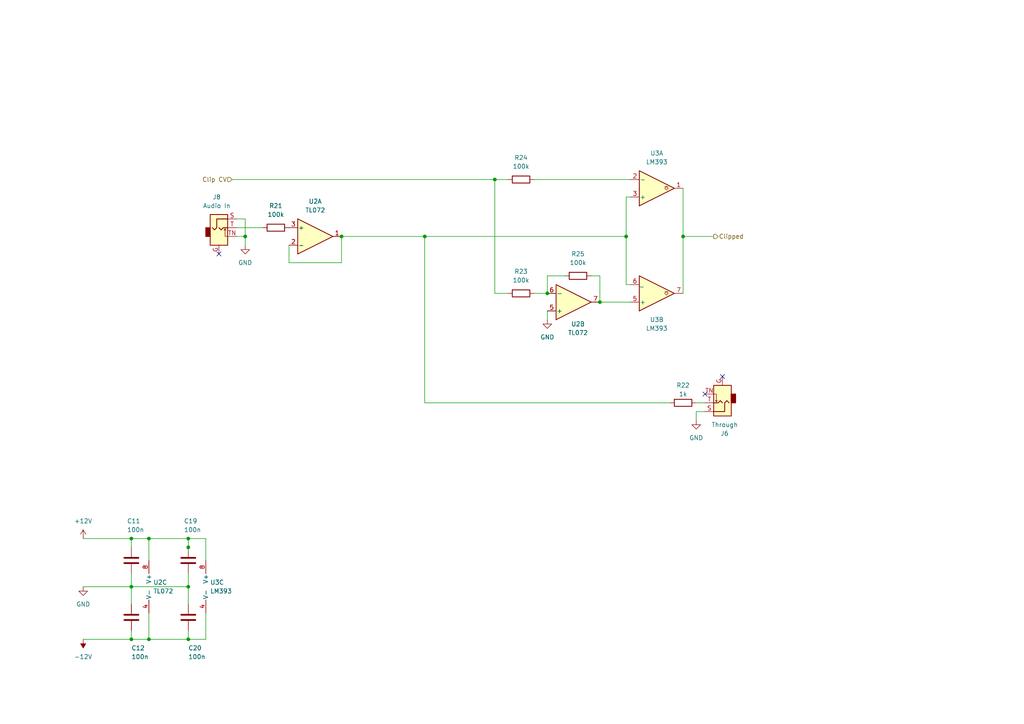
<source format=kicad_sch>
(kicad_sch (version 20230121) (generator eeschema)
  (paper "A4")
  (lib_symbols
    (symbol "Amplifier_Operational:TL072" (pin_names (offset 0.127))
      (property "Reference" "U" (at 0 5.08 0))
      (property "Value" "TL072" (at 0 -5.08 0))
      (symbol "TL072_1_1"
        (polyline (pts (xy -5.08 5.08) (xy 5.08 0) (xy -5.08 -5.08) (xy -5.08 5.08)) (stroke (width 0.254)) (fill (type background)))
        (pin output line (at 7.62 0 180) (length 2.54) (name "~") (number "1"))
        (pin input line (at -7.62 -2.54 0) (length 2.54) (name "-") (number "2"))
        (pin input line (at -7.62 2.54 0) (length 2.54) (name "+") (number "3"))
      )
      (symbol "TL072_2_1"
        (polyline (pts (xy -5.08 5.08) (xy 5.08 0) (xy -5.08 -5.08) (xy -5.08 5.08)) (stroke (width 0.254)) (fill (type background)))
        (pin input line (at -7.62 2.54 0) (length 2.54) (name "+") (number "5"))
        (pin input line (at -7.62 -2.54 0) (length 2.54) (name "-") (number "6"))
        (pin output line (at 7.62 0 180) (length 2.54) (name "~") (number "7"))
      )
      (symbol "TL072_3_1"
        (pin power_in line (at -2.54 -7.62 90) (length 3.81) (name "V-") (number "4"))
        (pin power_in line (at -2.54 7.62 270) (length 3.81) (name "V+") (number "8"))
      )
    )
    (symbol "Comparator:LM393" (pin_names (offset 0.127))
      (property "Reference" "U" (at 3.81 3.81 0))
      (property "Value" "LM393" (at 6.35 -3.81 0))
      (symbol "LM393_1_1"
        (polyline (pts (xy -5.08 5.08) (xy 5.08 0) (xy -5.08 -5.08) (xy -5.08 5.08)) (stroke (width 0.254)) (fill (type background)))
        (polyline (pts (xy 3.302 -0.508) (xy 2.794 -0.508) (xy 3.302 0) (xy 2.794 0.508) (xy 2.286 0) (xy 2.794 -0.508) (xy 2.286 -0.508)) (stroke (width 0.127)))
        (pin open_collector line (at 7.62 0 180) (length 2.54) (name "~") (number "1"))
        (pin input line (at -7.62 -2.54 0) (length 2.54) (name "-") (number "2"))
        (pin input line (at -7.62 2.54 0) (length 2.54) (name "+") (number "3"))
      )
      (symbol "LM393_2_1"
        (polyline (pts (xy -5.08 5.08) (xy 5.08 0) (xy -5.08 -5.08) (xy -5.08 5.08)) (stroke (width 0.254)) (fill (type background)))
        (polyline (pts (xy 3.302 -0.508) (xy 2.794 -0.508) (xy 3.302 0) (xy 2.794 0.508) (xy 2.286 0) (xy 2.794 -0.508) (xy 2.286 -0.508)) (stroke (width 0.127)))
        (pin input line (at -7.62 2.54 0) (length 2.54) (name "+") (number "5"))
        (pin input line (at -7.62 -2.54 0) (length 2.54) (name "_") (number "6"))
        (pin open_collector line (at 7.62 0 180) (length 2.54) (name "~") (number "7"))
      )
      (symbol "LM393_3_1"
        (pin power_in line (at -2.54 -7.62 90) (length 3.81) (name "V-") (number "4"))
        (pin power_in line (at -2.54 7.62 270) (length 3.81) (name "V+") (number "8"))
      )
    )
    (symbol "Connector:AudioJack2_Ground_SwitchT"
      (property "Reference" "J" (at 0 8.89 0))
      (property "Value" "AudioJack2_Ground_SwitchT" (at 0 6.35 0))
      (symbol "AudioJack2_Ground_SwitchT_0_1"
        (rectangle (start -2.54 0) (end -3.81 -2.54) (stroke (width 0.254)) (fill (type outline)))
        (polyline (pts (xy 1.778 -0.254) (xy 2.032 -0.762)))
        (polyline (pts (xy 0 0) (xy 0.635 -0.635) (xy 1.27 0) (xy 2.54 0)) (stroke (width 0.254)))
        (polyline (pts (xy 2.54 -2.54) (xy 1.778 -2.54) (xy 1.778 -0.254) (xy 1.524 -0.762)))
        (polyline (pts (xy 2.54 2.54) (xy -0.635 2.54) (xy -0.635 0) (xy -1.27 -0.635) (xy -1.905 0)) (stroke (width 0.254)))
        (rectangle (start 2.54 3.81) (end -2.54 -5.08) (stroke (width 0.254)) (fill (type background)))
      )
      (symbol "AudioJack2_Ground_SwitchT_1_1"
        (pin passive line (at 0 -7.62 90) (length 2.54) (name "~") (number "G"))
        (pin passive line (at 5.08 2.54 180) (length 2.54) (name "~") (number "S"))
        (pin passive line (at 5.08 0 180) (length 2.54) (name "~") (number "T"))
        (pin passive line (at 5.08 -2.54 180) (length 2.54) (name "~") (number "TN"))
      )
    )
    (symbol "Device:C" (pin_numbers hide) (pin_names (offset 0.254))
      (property "Reference" "C" (at 0.635 2.54 0))
      (property "Value" "C" (at 0.635 -2.54 0))
      (symbol "C_0_1"
        (polyline (pts (xy -2.032 -0.762) (xy 2.032 -0.762)) (stroke (width 0.508)))
        (polyline (pts (xy -2.032 0.762) (xy 2.032 0.762)) (stroke (width 0.508)))
      )
      (symbol "C_1_1"
        (pin passive line (at 0 3.81 270) (length 2.794) (name "~") (number "1"))
        (pin passive line (at 0 -3.81 90) (length 2.794) (name "~") (number "2"))
      )
    )
    (symbol "Device:R" (pin_numbers hide) (pin_names (offset 0))
      (property "Reference" "R" (at 2.032 0 90))
      (property "Value" "R" (at 0 0 90))
      (symbol "R_0_1"
        (rectangle (start -1.016 -2.54) (end 1.016 2.54) (stroke (width 0.254)))
      )
      (symbol "R_1_1"
        (pin passive line (at 0 3.81 270) (length 1.27) (name "~") (number "1"))
        (pin passive line (at 0 -3.81 90) (length 1.27) (name "~") (number "2"))
      )
    )
    (symbol "power:+12V" (power) (pin_names (offset 0))
      (property "Value" "+12V" (at 0 3.556 0))
      (symbol "+12V_0_1"
        (polyline (pts (xy -0.762 1.27) (xy 0 2.54)))
        (polyline (pts (xy 0 0) (xy 0 2.54)))
        (polyline (pts (xy 0 2.54) (xy 0.762 1.27)))
      )
      (symbol "+12V_1_1"
        (pin power_in line (at 0 0 90) (length 0) hide (name "+12V") (number "1"))
      )
    )
    (symbol "power:-12V" (power) (pin_names (offset 0))
      (property "Value" "-12V" (at 0 3.81 0))
      (symbol "-12V_0_0"
        (pin power_in line (at 0 0 90) (length 0) hide (name "-12V") (number "1"))
      )
      (symbol "-12V_0_1"
        (polyline (pts (xy 0 0) (xy 0 1.27) (xy 0.762 1.27) (xy 0 2.54) (xy -0.762 1.27) (xy 0 1.27)) (fill (type outline)))
      )
    )
    (symbol "power:GND" (power) (pin_names (offset 0))
      (property "Value" "GND" (at 0 -3.81 0))
      (symbol "GND_0_1"
        (polyline (pts (xy 0 0) (xy 0 -1.27) (xy 1.27 -1.27) (xy 0 -2.54) (xy -1.27 -1.27) (xy 0 -1.27)))
      )
      (symbol "GND_1_1"
        (pin power_in line (at 0 0 270) (length 0) hide (name "GND") (number "1"))
      )
    )
  )
  (junction (at 99.06 68.58))
  (junction (at 38.1 185.42))
  (junction (at 158.75 85.09))
  (junction (at 54.61 170.18))
  (junction (at 54.61 158.75))
  (junction (at 181.61 68.58))
  (junction (at 123.19 68.58))
  (junction (at 38.1 156.21))
  (junction (at 54.61 156.21))
  (junction (at 198.12 68.58))
  (junction (at 71.12 68.58))
  (junction (at 54.61 185.42))
  (junction (at 43.18 185.42))
  (junction (at 38.1 170.18))
  (junction (at 143.51 52.07))
  (junction (at 173.99 87.63))
  (junction (at 43.18 156.21))
  (no_connect (at 63.5 73.66))
  (no_connect (at 209.55 109.22))
  (no_connect (at 204.47 114.3))
  (wire (pts (xy 204.47 116.84) (xy 201.93 116.84)))
  (wire (pts (xy 54.61 166.37) (xy 54.61 170.18)))
  (wire (pts (xy 71.12 63.5) (xy 71.12 68.58)))
  (wire (pts (xy 59.69 162.56) (xy 59.69 156.21)))
  (wire (pts (xy 54.61 185.42) (xy 43.18 185.42)))
  (wire (pts (xy 99.06 68.58) (xy 123.19 68.58)))
  (wire (pts (xy 24.13 170.18) (xy 38.1 170.18)))
  (wire (pts (xy 147.32 85.09) (xy 143.51 85.09)))
  (wire (pts (xy 173.99 80.01) (xy 173.99 87.63)))
  (wire (pts (xy 143.51 52.07) (xy 143.51 85.09)))
  (wire (pts (xy 59.69 156.21) (xy 54.61 156.21)))
  (wire (pts (xy 59.69 177.8) (xy 59.69 185.42)))
  (wire (pts (xy 83.82 76.2) (xy 83.82 71.12)))
  (wire (pts (xy 198.12 54.61) (xy 198.12 68.58)))
  (wire (pts (xy 154.94 52.07) (xy 182.88 52.07)))
  (wire (pts (xy 24.13 185.42) (xy 38.1 185.42)))
  (wire (pts (xy 181.61 82.55) (xy 182.88 82.55)))
  (wire (pts (xy 171.45 80.01) (xy 173.99 80.01)))
  (wire (pts (xy 123.19 68.58) (xy 123.19 116.84)))
  (wire (pts (xy 38.1 166.37) (xy 38.1 170.18)))
  (wire (pts (xy 54.61 170.18) (xy 54.61 175.26)))
  (wire (pts (xy 67.31 52.07) (xy 143.51 52.07)))
  (wire (pts (xy 181.61 57.15) (xy 181.61 68.58)))
  (wire (pts (xy 154.94 85.09) (xy 158.75 85.09)))
  (wire (pts (xy 54.61 156.21) (xy 54.61 158.75)))
  (wire (pts (xy 163.83 80.01) (xy 158.75 80.01)))
  (wire (pts (xy 43.18 177.8) (xy 43.18 185.42)))
  (wire (pts (xy 68.58 66.04) (xy 76.2 66.04)))
  (wire (pts (xy 198.12 68.58) (xy 198.12 85.09)))
  (wire (pts (xy 158.75 90.17) (xy 158.75 92.71)))
  (wire (pts (xy 181.61 68.58) (xy 181.61 82.55)))
  (wire (pts (xy 38.1 156.21) (xy 38.1 158.75)))
  (wire (pts (xy 24.13 156.21) (xy 38.1 156.21)))
  (wire (pts (xy 207.01 68.58) (xy 198.12 68.58)))
  (wire (pts (xy 201.93 119.38) (xy 201.93 121.92)))
  (wire (pts (xy 71.12 68.58) (xy 71.12 71.12)))
  (wire (pts (xy 59.69 185.42) (xy 54.61 185.42)))
  (wire (pts (xy 38.1 170.18) (xy 54.61 170.18)))
  (wire (pts (xy 38.1 182.88) (xy 38.1 185.42)))
  (wire (pts (xy 43.18 156.21) (xy 43.18 162.56)))
  (wire (pts (xy 68.58 63.5) (xy 71.12 63.5)))
  (wire (pts (xy 99.06 76.2) (xy 83.82 76.2)))
  (wire (pts (xy 173.99 87.63) (xy 182.88 87.63)))
  (wire (pts (xy 182.88 57.15) (xy 181.61 57.15)))
  (wire (pts (xy 43.18 185.42) (xy 38.1 185.42)))
  (wire (pts (xy 123.19 68.58) (xy 181.61 68.58)))
  (wire (pts (xy 54.61 182.88) (xy 54.61 185.42)))
  (wire (pts (xy 38.1 170.18) (xy 38.1 175.26)))
  (wire (pts (xy 158.75 80.01) (xy 158.75 85.09)))
  (wire (pts (xy 143.51 52.07) (xy 147.32 52.07)))
  (wire (pts (xy 38.1 156.21) (xy 43.18 156.21)))
  (wire (pts (xy 54.61 156.21) (xy 43.18 156.21)))
  (wire (pts (xy 68.58 68.58) (xy 71.12 68.58)))
  (wire (pts (xy 54.61 160.02) (xy 54.61 158.75)))
  (wire (pts (xy 194.31 116.84) (xy 123.19 116.84)))
  (wire (pts (xy 204.47 119.38) (xy 201.93 119.38)))
  (wire (pts (xy 99.06 76.2) (xy 99.06 68.58)))
  (hierarchical_label "Clipped" (shape output) (at 207.01 68.58 0))
  (hierarchical_label "Clip CV" (shape input) (at 67.31 52.07 180))
  (symbol (lib_id "Device:R") (at 198.12 116.84 270) (unit 1)
    (property "Reference" "R22" (at 198.12 111.76 90))
    (property "Value" "1k" (at 198.12 114.3 90))
    (property "Footprint" "Resistor_THT:R_Axial_DIN0207_L6.3mm_D2.5mm_P7.62mm_Horizontal" (effects hide))
    (instances (project "misterclippy" (path "" (reference "R22") (unit 1)) (path "" (reference "R27") (unit 1))))
  )
  (symbol (lib_id "power:GND") (at 71.12 71.12 0) (unit 1)
    (property "Reference" "#PWR01" (effects hide))
    (property "Value" "GND" (at 71.12 76.2 0))
    (instances (project "misterclippy" (path "" (reference "#PWR01") (unit 1)) (path "" (reference "#PWR02") (unit 1))))
  )
  (symbol (lib_id "power:GND") (at 158.75 92.71 0) (unit 1)
    (property "Reference" "#PWR0133" (effects hide))
    (property "Value" "GND" (at 158.75 97.79 0))
    (instances (project "misterclippy" (path "" (reference "#PWR0133") (unit 1)) (path "" (reference "#PWR0141") (unit 1))))
  )
  (symbol (lib_id "Device:C") (at 38.1 162.56 0) (unit 1)
    (property "Reference" "C11" (at 36.83 151.13 0) (effects (justify left)))
    (property "Value" "100n" (at 36.83 153.67 0) (effects (justify left)))
    (property "Footprint" "Capacitor_THT:C_Disc_D4.3mm_W1.9mm_P5.00mm" (effects hide))
    (instances (project "misterclippy" (path "" (reference "C11") (unit 1)) (path "" (reference "C15") (unit 1))))
  )
  (symbol (lib_id "Device:R") (at 151.13 52.07 270) (unit 1)
    (property "Reference" "R24" (at 151.13 45.72 90))
    (property "Value" "100k" (at 151.13 48.26 90))
    (property "Footprint" "Resistor_THT:R_Axial_DIN0207_L6.3mm_D2.5mm_P7.62mm_Horizontal" (effects hide))
    (instances (project "misterclippy" (path "" (reference "R24") (unit 1)) (path "" (reference "R29") (unit 1))))
  )
  (symbol (lib_id "Comparator:LM393") (at 62.23 170.18 0) (unit 3)
    (property "Reference" "U3" (at 60.96 168.9099 0) (effects (justify left)))
    (property "Value" "LM393" (at 60.96 171.4499 0) (effects (justify left)))
    (property "Footprint" "Package_DIP:DIP-8_W7.62mm" (effects hide))
    (property "Datasheet" "http://www.ti.com/lit/ds/symlink/lm393.pdf" (effects hide))
    (instances (project "misterclippy" (path "" (reference "U3") (unit 3)) (path "" (reference "U5") (unit 3))))
  )
  (symbol (lib_id "power:+12V") (at 24.13 156.21 0) (unit 1)
    (property "Reference" "#PWR0140" (effects hide))
    (property "Value" "+12V" (at 24.13 151.13 0))
    (instances (project "misterclippy" (path "" (reference "#PWR0140") (unit 1)) (path "" (reference "#PWR0148") (unit 1))))
  )
  (symbol (lib_id "Device:C") (at 54.61 179.07 0) (unit 1)
    (property "Reference" "C20" (at 54.61 187.96 0) (effects (justify left)))
    (property "Value" "100n" (at 54.61 190.5 0) (effects (justify left)))
    (property "Footprint" "Capacitor_THT:C_Disc_D4.3mm_W1.9mm_P5.00mm" (effects hide))
    (instances (project "misterclippy" (path "" (reference "C20") (unit 1)) (path "" (reference "C22") (unit 1))))
  )
  (symbol (lib_id "power:GND") (at 201.93 121.92 0) (unit 1)
    (property "Reference" "#PWR03" (effects hide))
    (property "Value" "GND" (at 201.93 127 0))
    (instances (project "misterclippy" (path "" (reference "#PWR03") (unit 1)) (path "" (reference "#PWR04") (unit 1))))
  )
  (symbol (lib_id "Device:R") (at 80.01 66.04 90) (unit 1)
    (property "Reference" "R21" (at 80.01 59.69 90))
    (property "Value" "100k" (at 80.01 62.23 90))
    (property "Footprint" "Resistor_THT:R_Axial_DIN0207_L6.3mm_D2.5mm_P7.62mm_Horizontal" (effects hide))
    (instances (project "misterclippy" (path "" (reference "R21") (unit 1)) (path "" (reference "R26") (unit 1))))
  )
  (symbol (lib_id "Device:C") (at 38.1 179.07 0) (unit 1)
    (property "Reference" "C12" (at 38.1 187.96 0) (effects (justify left)))
    (property "Value" "100n" (at 38.1 190.5 0) (effects (justify left)))
    (property "Footprint" "Capacitor_THT:C_Disc_D4.3mm_W1.9mm_P5.00mm" (effects hide))
    (instances (project "misterclippy" (path "" (reference "C12") (unit 1)) (path "" (reference "C16") (unit 1))))
  )
  (symbol (lib_id "Device:R") (at 151.13 85.09 270) (unit 1)
    (property "Reference" "R23" (at 151.13 78.74 90))
    (property "Value" "100k" (at 151.13 81.28 90))
    (property "Footprint" "Resistor_THT:R_Axial_DIN0207_L6.3mm_D2.5mm_P7.62mm_Horizontal" (effects hide))
    (instances (project "misterclippy" (path "" (reference "R23") (unit 1)) (path "" (reference "R28") (unit 1))))
  )
  (symbol (lib_id "power:-12V") (at 24.13 185.42 180) (unit 1)
    (property "Reference" "#PWR0138" (effects hide))
    (property "Value" "-12V" (at 24.13 190.5 0))
    (instances (project "misterclippy" (path "" (reference "#PWR0138") (unit 1)) (path "" (reference "#PWR0146") (unit 1))))
  )
  (symbol (lib_id "Device:C") (at 54.61 162.56 0) (unit 1)
    (property "Reference" "C19" (at 53.34 151.13 0) (effects (justify left)))
    (property "Value" "100n" (at 53.34 153.67 0) (effects (justify left)))
    (property "Footprint" "Capacitor_THT:C_Disc_D4.3mm_W1.9mm_P5.00mm" (effects hide))
    (instances (project "misterclippy" (path "" (reference "C19") (unit 1)) (path "" (reference "C21") (unit 1))))
  )
  (symbol (lib_id "Connector:AudioJack2_Ground_SwitchT") (at 209.55 116.84 180) (unit 1)
    (property "Reference" "J6" (at 210.185 125.73 0))
    (property "Value" "Through" (at 210.185 123.19 0))
    (property "Footprint" "Connector_Audio:Jack_3.5mm_QingPu_WQP-PJ398SM_Vertical_CircularHoles" (effects hide))
    (instances (project "misterclippy" (path "" (reference "J6") (unit 1)) (path "" (reference "J7") (unit 1))))
  )
  (symbol (lib_id "Amplifier_Operational:TL072") (at 45.72 170.18 0) (unit 3)
    (property "Reference" "U2" (at 44.45 168.9099 0) (effects (justify left)))
    (property "Value" "TL072" (at 44.45 171.4499 0) (effects (justify left)))
    (property "Footprint" "Package_DIP:DIP-8_W7.62mm" (effects hide))
    (property "Datasheet" "http://www.ti.com/lit/ds/symlink/tl071.pdf" (effects hide))
    (instances (project "misterclippy" (path "" (reference "U2") (unit 3)) (path "" (reference "U4") (unit 3))))
  )
  (symbol (lib_id "Amplifier_Operational:TL072") (at 166.37 87.63 0) (mirror x) (unit 2)
    (property "Reference" "U2" (at 167.64 93.98 0))
    (property "Value" "TL072" (at 167.64 96.52 0))
    (property "Footprint" "Package_DIP:DIP-8_W7.62mm" (effects hide))
    (property "Datasheet" "http://www.ti.com/lit/ds/symlink/tl071.pdf" (effects hide))
    (instances (project "misterclippy" (path "" (reference "U2") (unit 2)) (path "" (reference "U4") (unit 2))))
  )
  (symbol (lib_id "Connector:AudioJack2_Ground_SwitchT") (at 63.5 66.04 0) (unit 1)
    (property "Reference" "J8" (at 62.865 57.15 0))
    (property "Value" "Audio In" (at 62.865 59.69 0))
    (property "Footprint" "Connector_Audio:Jack_3.5mm_QingPu_WQP-PJ398SM_Vertical_CircularHoles" (effects hide))
    (instances (project "misterclippy" (path "" (reference "J8") (unit 1)) (path "" (reference "J9") (unit 1))))
  )
  (symbol (lib_id "power:GND") (at 24.13 170.18 0) (unit 1)
    (property "Reference" "#PWR0139" (effects hide))
    (property "Value" "GND" (at 24.13 175.26 0))
    (instances (project "misterclippy" (path "" (reference "#PWR0139") (unit 1)) (path "" (reference "#PWR0147") (unit 1))))
  )
  (symbol (lib_id "Amplifier_Operational:TL072") (at 91.44 68.58 0) (unit 1)
    (property "Reference" "U2" (at 91.44 58.42 0))
    (property "Value" "TL072" (at 91.44 60.96 0))
    (property "Footprint" "Package_DIP:DIP-8_W7.62mm" (effects hide))
    (property "Datasheet" "http://www.ti.com/lit/ds/symlink/tl071.pdf" (effects hide))
    (instances (project "misterclippy" (path "" (reference "U2") (unit 1)) (path "" (reference "U4") (unit 1))))
  )
  (symbol (lib_id "Device:R") (at 167.64 80.01 270) (unit 1)
    (property "Reference" "R25" (at 167.64 73.66 90))
    (property "Value" "100k" (at 167.64 76.2 90))
    (property "Footprint" "Resistor_THT:R_Axial_DIN0207_L6.3mm_D2.5mm_P7.62mm_Horizontal" (effects hide))
    (instances (project "misterclippy" (path "" (reference "R25") (unit 1)) (path "" (reference "R30") (unit 1))))
  )
  (symbol (lib_id "Comparator:LM393") (at 190.5 54.61 0) (mirror x) (unit 1)
    (property "Reference" "U3" (at 190.5 44.45 0))
    (property "Value" "LM393" (at 190.5 46.99 0))
    (property "Footprint" "Package_DIP:DIP-8_W7.62mm" (effects hide))
    (property "Datasheet" "http://www.ti.com/lit/ds/symlink/lm393.pdf" (effects hide))
    (instances (project "misterclippy" (path "" (reference "U3") (unit 1)) (path "" (reference "U5") (unit 1))))
  )
  (symbol (lib_id "Comparator:LM393") (at 190.5 85.09 0) (mirror x) (unit 2)
    (property "Reference" "U3" (at 190.5 92.71 0))
    (property "Value" "LM393" (at 190.5 95.25 0))
    (property "Footprint" "Package_DIP:DIP-8_W7.62mm" (effects hide))
    (property "Datasheet" "http://www.ti.com/lit/ds/symlink/lm393.pdf" (effects hide))
    (instances (project "misterclippy" (path "" (reference "U3") (unit 2)) (path "" (reference "U5") (unit 2))))
  )
)
</source>
